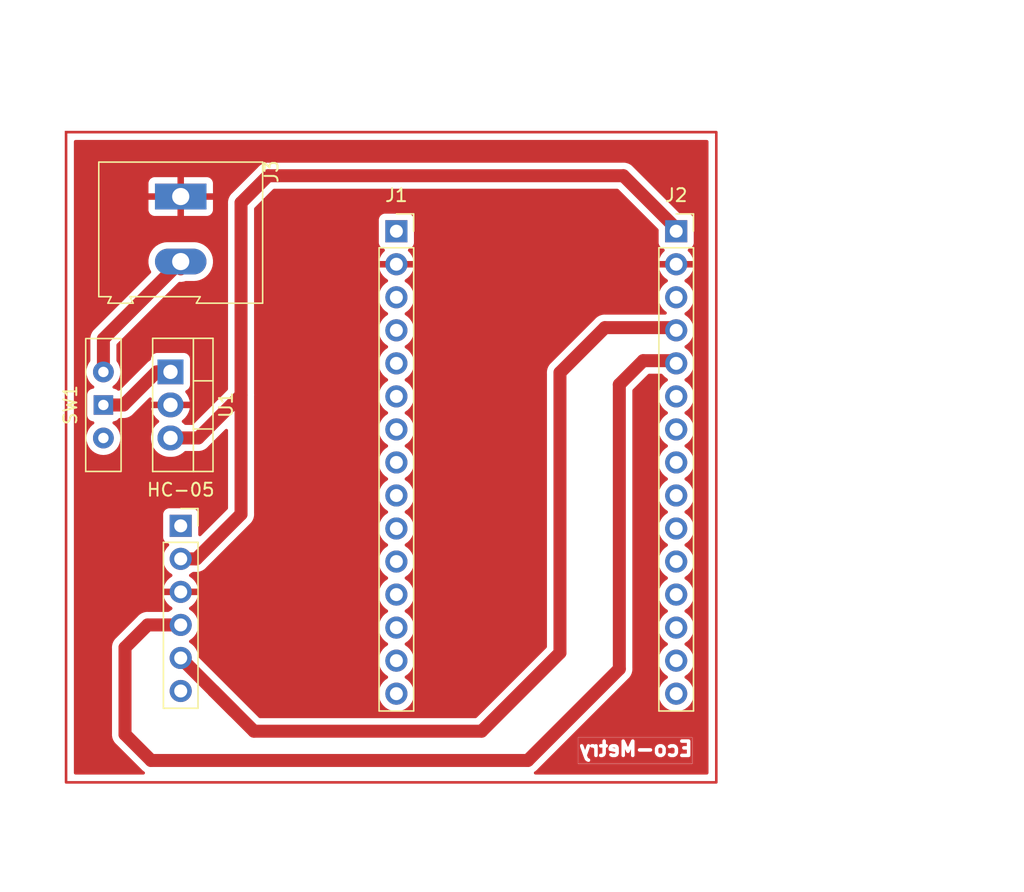
<source format=kicad_pcb>
(kicad_pcb (version 20221018) (generator pcbnew)
  (layers (0 "F.Cu" signal) (31 "B.Cu" signal) (34 "B.Paste" user) (35 "F.Paste" user) (36 "B.SilkS" user "B.Silkscreen") (37 "F.SilkS" user "F.Silkscreen") (38 "B.Mask" user) (39 "F.Mask" user) (44 "Edge.Cuts" user))
  (net 0 "")
  (net 1 "GND")
  (net 15 "5V")
  (net 16 "TX")
  (net 18 "RX")
  (net 31 "Net-(J3-Pin_2)")
  (net 33 "Net-(SW1-B)")
  (footprint "Button_Switch_THT:SW_Slide-03_Wuerth-WS-SLTV_10x2.5x6.4_P2.54mm" (layer "F.Cu") (at 68.91065 87.021301 90)
    (fp_text reference "SW1" (at 0 -2.54 90) (layer "F.SilkS"))
    (fp_text value "SW_Wuerth_450301014042")
    (fp_rect (start -5.11 -1.36) (end 5.11 1.36) (stroke (width 0.12)) (fill none) (layer "F.SilkS"))
    (pad "1" thru_hole rect (at 0 0 90) (size 1.5 1.5) (drill 0.8) (layers "*.Cu" "*.Mask") (net 33 "Net-(SW1-B)"))
    (pad "2" thru_hole circle (at -2.54 0 90) (size 1.6 1.6) (drill 0.8) (layers "*.Cu" "*.Mask"))
    (pad "3" thru_hole circle (at 2.54 0 90) (size 1.6 1.6) (drill 0.8) (layers "*.Cu" "*.Mask") (net 31 "Net-(J3-Pin_2)"))
  )
  (footprint "TerminalBlock:TerminalBlock_Altech_AK300-2_P5.00mm" (layer "F.Cu") (at 74.855939 70.993727 -90)
    (fp_text reference "J3" (at -1.92 -6.99 90) (layer "F.SilkS"))
    (fp_text value "Screw_Terminal_01x02")
    (fp_line (start -2.65 -6.3) (end -2.65 6.3) (stroke (width 0.12)) (layer "F.SilkS"))
    (fp_line (start -2.65 6.3) (end 7.7 6.3) (stroke (width 0.12)) (layer "F.SilkS"))
    (fp_line (start 7.7 -1.5) (end 8.2 -1.2) (stroke (width 0.12)) (layer "F.SilkS"))
    (fp_line (start 7.7 3.9) (end 7.7 -1.5) (stroke (width 0.12)) (layer "F.SilkS"))
    (fp_line (start 7.7 5.35) (end 8.2 5.6) (stroke (width 0.12)) (layer "F.SilkS"))
    (fp_line (start 7.7 6.3) (end 7.7 5.35) (stroke (width 0.12)) (layer "F.SilkS"))
    (fp_line (start 8.2 -6.3) (end -2.65 -6.3) (stroke (width 0.12)) (layer "F.SilkS"))
    (fp_line (start 8.2 -1.2) (end 8.2 -6.3) (stroke (width 0.12)) (layer "F.SilkS"))
    (fp_line (start 8.2 3.65) (end 7.7 3.9) (stroke (width 0.12)) (layer "F.SilkS"))
    (fp_line (start 8.2 3.7) (end 8.2 3.65) (stroke (width 0.12)) (layer "F.SilkS"))
    (fp_line (start 8.2 5.6) (end 8.2 3.7) (stroke (width 0.12)) (layer "F.SilkS"))
    (pad "1" thru_hole rect (at 0 0 270) (size 1.98 3.96) (drill 1.32) (layers "*.Cu" "*.Mask") (net 1 "GND"))
    (pad "2" thru_hole oval (at 5 0 270) (size 1.98 3.96) (drill 1.32) (layers "*.Cu" "*.Mask") (net 31 "Net-(J3-Pin_2)"))
  )
  (footprint "Connector_PinSocket_2.54mm:PinSocket_1x15_P2.54mm_Vertical" (layer "F.Cu") (at 91.44 73.66)
    (fp_text reference "J1" (at 0 -2.77) (layer "F.SilkS"))
    (fp_text value "Conn_01x15_Pin")
    (fp_line (start -1.33 1.27) (end -1.33 36.89) (stroke (width 0.12)) (layer "F.SilkS"))
    (fp_line (start -1.33 1.27) (end 1.33 1.27) (stroke (width 0.12)) (layer "F.SilkS"))
    (fp_line (start -1.33 36.89) (end 1.33 36.89) (stroke (width 0.12)) (layer "F.SilkS"))
    (fp_line (start 0 -1.33) (end 1.33 -1.33) (stroke (width 0.12)) (layer "F.SilkS"))
    (fp_line (start 1.33 -1.33) (end 1.33 0) (stroke (width 0.12)) (layer "F.SilkS"))
    (fp_line (start 1.33 1.27) (end 1.33 36.89) (stroke (width 0.12)) (layer "F.SilkS"))
    (pad "1" thru_hole rect (at 0 0) (size 1.7 1.7) (drill 1) (layers "*.Cu" "*.Mask"))
    (pad "2" thru_hole oval (at 0 2.54) (size 1.7 1.7) (drill 1) (layers "*.Cu" "*.Mask") (net 1 "GND"))
    (pad "3" thru_hole oval (at 0 5.08) (size 1.7 1.7) (drill 1) (layers "*.Cu" "*.Mask"))
    (pad "4" thru_hole oval (at 0 7.62) (size 1.7 1.7) (drill 1) (layers "*.Cu" "*.Mask"))
    (pad "5" thru_hole oval (at 0 10.16) (size 1.7 1.7) (drill 1) (layers "*.Cu" "*.Mask"))
    (pad "6" thru_hole oval (at 0 12.7) (size 1.7 1.7) (drill 1) (layers "*.Cu" "*.Mask"))
    (pad "7" thru_hole oval (at 0 15.24) (size 1.7 1.7) (drill 1) (layers "*.Cu" "*.Mask"))
    (pad "8" thru_hole oval (at 0 17.78) (size 1.7 1.7) (drill 1) (layers "*.Cu" "*.Mask"))
    (pad "9" thru_hole oval (at 0 20.32) (size 1.7 1.7) (drill 1) (layers "*.Cu" "*.Mask"))
    (pad "10" thru_hole oval (at 0 22.86) (size 1.7 1.7) (drill 1) (layers "*.Cu" "*.Mask"))
    (pad "11" thru_hole oval (at 0 25.4) (size 1.7 1.7) (drill 1) (layers "*.Cu" "*.Mask"))
    (pad "12" thru_hole oval (at 0 27.94) (size 1.7 1.7) (drill 1) (layers "*.Cu" "*.Mask"))
    (pad "13" thru_hole oval (at 0 30.48) (size 1.7 1.7) (drill 1) (layers "*.Cu" "*.Mask"))
    (pad "14" thru_hole oval (at 0 33.02) (size 1.7 1.7) (drill 1) (layers "*.Cu" "*.Mask"))
    (pad "15" thru_hole oval (at 0 35.56) (size 1.7 1.7) (drill 1) (layers "*.Cu" "*.Mask"))
  )
  (footprint "Connector_PinSocket_2.54mm:PinSocket_1x06_P2.54mm_Vertical" (layer "F.Cu") (at 74.855939 96.313727)
    (fp_text reference "HC-05" (at 0 -2.77) (layer "F.SilkS"))
    (fp_text value "Conn_01x06_Pin")
    (fp_line (start -1.33 1.27) (end -1.33 14.03) (stroke (width 0.12)) (layer "F.SilkS"))
    (fp_line (start -1.33 1.27) (end 1.33 1.27) (stroke (width 0.12)) (layer "F.SilkS"))
    (fp_line (start -1.33 14.03) (end 1.33 14.03) (stroke (width 0.12)) (layer "F.SilkS"))
    (fp_line (start 0 -1.33) (end 1.33 -1.33) (stroke (width 0.12)) (layer "F.SilkS"))
    (fp_line (start 1.33 -1.33) (end 1.33 0) (stroke (width 0.12)) (layer "F.SilkS"))
    (fp_line (start 1.33 1.27) (end 1.33 14.03) (stroke (width 0.12)) (layer "F.SilkS"))
    (pad "1" thru_hole rect (at 0 0) (size 1.7 1.7) (drill 1) (layers "*.Cu" "*.Mask"))
    (pad "2" thru_hole oval (at 0 2.54) (size 1.7 1.7) (drill 1) (layers "*.Cu" "*.Mask") (net 15 "5V"))
    (pad "3" thru_hole oval (at 0 5.08) (size 1.7 1.7) (drill 1) (layers "*.Cu" "*.Mask") (net 1 "GND"))
    (pad "4" thru_hole oval (at 0 7.62) (size 1.7 1.7) (drill 1) (layers "*.Cu" "*.Mask") (net 16 "TX"))
    (pad "5" thru_hole oval (at 0 10.16) (size 1.7 1.7) (drill 1) (layers "*.Cu" "*.Mask") (net 18 "RX"))
    (pad "6" thru_hole oval (at 0 12.7) (size 1.7 1.7) (drill 1) (layers "*.Cu" "*.Mask"))
  )
  (footprint "Package_TO_SOT_THT:TO-220-3_Vertical" (layer "F.Cu") (at 74.069754 84.475368 -90)
    (fp_text reference "U1" (at 2.54 -4.27 90) (layer "F.SilkS"))
    (fp_text value "LM7805_TO220")
    (fp_line (start -2.58 -3.27) (end -2.58 1.371) (stroke (width 0.12)) (layer "F.SilkS"))
    (fp_line (start -2.58 -3.27) (end 7.66 -3.27) (stroke (width 0.12)) (layer "F.SilkS"))
    (fp_line (start -2.58 -1.76) (end 7.66 -1.76) (stroke (width 0.12)) (layer "F.SilkS"))
    (fp_line (start -2.58 1.371) (end 7.66 1.371) (stroke (width 0.12)) (layer "F.SilkS"))
    (fp_line (start 0.69 -3.27) (end 0.69 -1.76) (stroke (width 0.12)) (layer "F.SilkS"))
    (fp_line (start 4.391 -3.27) (end 4.391 -1.76) (stroke (width 0.12)) (layer "F.SilkS"))
    (fp_line (start 7.66 -3.27) (end 7.66 1.371) (stroke (width 0.12)) (layer "F.SilkS"))
    (pad "1" thru_hole rect (at 0 0 270) (size 1.905 2) (drill 1.1) (layers "*.Cu" "*.Mask") (net 33 "Net-(SW1-B)"))
    (pad "2" thru_hole oval (at 2.54 0 270) (size 1.905 2) (drill 1.1) (layers "*.Cu" "*.Mask") (net 1 "GND"))
    (pad "3" thru_hole oval (at 5.08 0 270) (size 1.905 2) (drill 1.1) (layers "*.Cu" "*.Mask") (net 15 "5V"))
  )
  (footprint "Connector_PinSocket_2.54mm:PinSocket_1x15_P2.54mm_Vertical" (layer "F.Cu") (at 112.955939 73.66)
    (fp_text reference "J2" (at 0 -2.77) (layer "F.SilkS"))
    (fp_text value "Conn_01x15_Pin")
    (fp_line (start -1.33 1.27) (end -1.33 36.89) (stroke (width 0.12)) (layer "F.SilkS"))
    (fp_line (start -1.33 1.27) (end 1.33 1.27) (stroke (width 0.12)) (layer "F.SilkS"))
    (fp_line (start -1.33 36.89) (end 1.33 36.89) (stroke (width 0.12)) (layer "F.SilkS"))
    (fp_line (start 0 -1.33) (end 1.33 -1.33) (stroke (width 0.12)) (layer "F.SilkS"))
    (fp_line (start 1.33 -1.33) (end 1.33 0) (stroke (width 0.12)) (layer "F.SilkS"))
    (fp_line (start 1.33 1.27) (end 1.33 36.89) (stroke (width 0.12)) (layer "F.SilkS"))
    (pad "1" thru_hole rect (at 0 0) (size 1.7 1.7) (drill 1) (layers "*.Cu" "*.Mask") (net 15 "5V"))
    (pad "2" thru_hole oval (at 0 2.54) (size 1.7 1.7) (drill 1) (layers "*.Cu" "*.Mask") (net 1 "GND"))
    (pad "3" thru_hole oval (at 0 5.08) (size 1.7 1.7) (drill 1) (layers "*.Cu" "*.Mask"))
    (pad "4" thru_hole oval (at 0 7.62) (size 1.7 1.7) (drill 1) (layers "*.Cu" "*.Mask") (net 18 "RX"))
    (pad "5" thru_hole oval (at 0 10.16) (size 1.7 1.7) (drill 1) (layers "*.Cu" "*.Mask") (net 16 "TX"))
    (pad "6" thru_hole oval (at 0 12.7) (size 1.7 1.7) (drill 1) (layers "*.Cu" "*.Mask"))
    (pad "7" thru_hole oval (at 0 15.24) (size 1.7 1.7) (drill 1) (layers "*.Cu" "*.Mask"))
    (pad "8" thru_hole oval (at 0 17.78) (size 1.7 1.7) (drill 1) (layers "*.Cu" "*.Mask"))
    (pad "9" thru_hole oval (at 0 20.32) (size 1.7 1.7) (drill 1) (layers "*.Cu" "*.Mask"))
    (pad "10" thru_hole oval (at 0 22.86) (size 1.7 1.7) (drill 1) (layers "*.Cu" "*.Mask"))
    (pad "11" thru_hole oval (at 0 25.4) (size 1.7 1.7) (drill 1) (layers "*.Cu" "*.Mask"))
    (pad "12" thru_hole oval (at 0 27.94) (size 1.7 1.7) (drill 1) (layers "*.Cu" "*.Mask"))
    (pad "13" thru_hole oval (at 0 30.48) (size 1.7 1.7) (drill 1) (layers "*.Cu" "*.Mask"))
    (pad "14" thru_hole oval (at 0 33.02) (size 1.7 1.7) (drill 1) (layers "*.Cu" "*.Mask"))
    (pad "15" thru_hole oval (at 0 35.56) (size 1.7 1.7) (drill 1) (layers "*.Cu" "*.Mask"))
  )
  (gr_rect (start 66.04 66.04) (end 116.04 116.04) (stroke (width 0.2)) (fill none) (layer "F.Cu"))
  (gr_text "Eco-Metry" (at 114.353677 114.11374) (layer "F.Cu" knockout) (effects (font (size 1.1 1.1) (thickness 0.275) bold) (justify left bottom mirror)))
  (segment (start 79.494894 95.416853) (end 79.494894 86.261347) (width 1) (layer "F.Cu") (net 15))
  (segment (start 76.05802 98.853727) (end 79.494894 95.416853) (width 1) (layer "F.Cu") (net 15))
  (segment (start 108.894346 69.392134) (end 112.955939 73.453727) (width 1) (layer "F.Cu") (net 15))
  (segment (start 81.574915 69.392134) (end 108.894346 69.392134) (width 1) (layer "F.Cu") (net 15))
  (segment (start 74.069754 89.555368) (end 76.200873 89.555368) (width 1) (layer "F.Cu") (net 15))
  (segment (start 79.494894 86.261347) (end 79.494894 71.472155) (width 1) (layer "F.Cu") (net 15))
  (segment (start 79.494894 71.472155) (end 81.574915 69.392134) (width 1) (layer "F.Cu") (net 15))
  (segment (start 76.200873 89.555368) (end 79.494894 86.261347) (width 1) (layer "F.Cu") (net 15))
  (segment (start 74.855939 98.853727) (end 76.05802 98.853727) (width 1) (layer "F.Cu") (net 15))
  (segment (start 108.582852 85.446814) (end 110.415939 83.613727) (width 1) (layer "F.Cu") (net 16))
  (segment (start 70.572697 105.676969) (end 70.572697 112.350485) (width 1) (layer "F.Cu") (net 16))
  (segment (start 101.543894 114.356106) (end 108.582852 107.317148) (width 1) (layer "F.Cu") (net 16))
  (segment (start 72.578318 114.356106) (end 101.543894 114.356106) (width 1) (layer "F.Cu") (net 16))
  (segment (start 108.582852 107.317148) (end 108.582852 85.446814) (width 1) (layer "F.Cu") (net 16))
  (segment (start 70.572697 112.350485) (end 72.578318 114.356106) (width 1) (layer "F.Cu") (net 16))
  (segment (start 110.415939 83.613727) (end 112.955939 83.613727) (width 1) (layer "F.Cu") (net 16))
  (segment (start 74.855939 103.933727) (end 72.315939 103.933727) (width 1) (layer "F.Cu") (net 16))
  (segment (start 72.315939 103.933727) (end 70.572697 105.676969) (width 1) (layer "F.Cu") (net 16))
  (segment (start 80.486934 112.104722) (end 97.990636 112.104722) (width 1) (layer "F.Cu") (net 18))
  (segment (start 97.990636 112.104722) (end 104.017616 106.077742) (width 1) (layer "F.Cu") (net 18))
  (segment (start 74.855939 106.473727) (end 77.395939 109.013727) (width 1) (layer "F.Cu") (net 18))
  (segment (start 77.395939 109.013727) (end 78.945939 110.563727) (width 1) (layer "F.Cu") (net 18))
  (segment (start 107.476013 81.073727) (end 112.955939 81.073727) (width 1) (layer "F.Cu") (net 18))
  (segment (start 77.395939 109.013727) (end 80.486934 112.104722) (width 1) (layer "F.Cu") (net 18))
  (segment (start 104.017616 106.077742) (end 104.017616 84.532124) (width 1) (layer "F.Cu") (net 18))
  (segment (start 104.017616 84.532124) (end 107.476013 81.073727) (width 1) (layer "F.Cu") (net 18))
  (segment (start 68.91065 81.939016) (end 74.855939 75.993727) (width 1) (layer "F.Cu") (net 31))
  (segment (start 68.91065 84.481301) (end 68.91065 81.939016) (width 1) (layer "F.Cu") (net 31))
  (segment (start 74.855939 75.993727) (end 74.855939 76.554507) (width 1) (layer "F.Cu") (net 31))
  (segment (start 73.004632 84.475368) (end 74.069754 84.475368) (width 1) (layer "F.Cu") (net 33))
  (segment (start 68.91065 87.021301) (end 70.458699 87.021301) (width 1) (layer "F.Cu") (net 33))
  (segment (start 70.458699 87.021301) (end 73.004632 84.475368) (width 1) (layer "F.Cu") (net 33))
  (zone (net 1) (net_name "GND") (layer "F.Cu") (connect_pads (clearance 0.5)) (min_thickness 0.25) (fill yes (thermal_gap 0.5) (thermal_bridge_width 0.5))
    (polygon (pts (xy 63.5 66.04) (xy 60.96 121.92) (xy 139.7 124.46) (xy 124.46 55.88) (xy 60.96 63.5) (xy 66.04 66.04)))
  )
)
</source>
